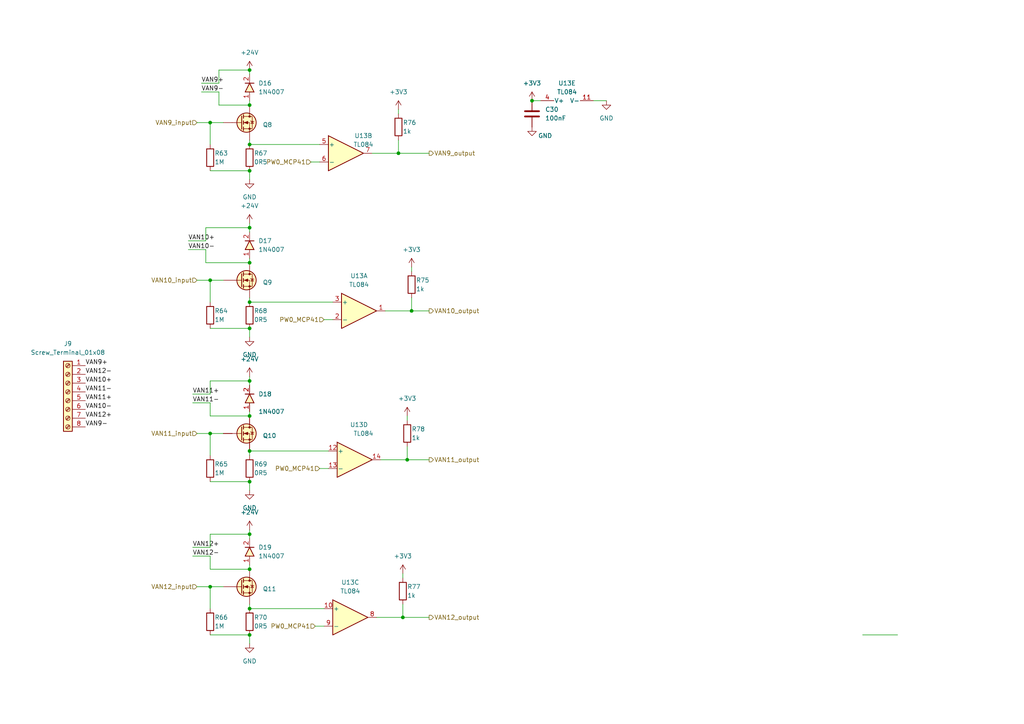
<source format=kicad_sch>
(kicad_sch (version 20231120) (generator "eeschema") (generator_version "8.0")
  (paper "A4")
  (lib_symbols
    (symbol "Amplifier_Operational:TL084" (pin_names (offset 0.127))
      (property "Reference" "U" (at 0 5.08 0))
      (property "Value" "TL084" (at 0 -5.08 0))
      (symbol "TL084_1_1"
        (polyline (pts (xy -5.08 5.08) (xy 5.08 0) (xy -5.08 -5.08) (xy -5.08 5.08)) (stroke (width 0.254)) (fill (type background)))
        (pin output line (at 7.62 0 180) (length 2.54) (name "~") (number "1"))
        (pin input line (at -7.62 -2.54 0) (length 2.54) (name "-") (number "2"))
        (pin input line (at -7.62 2.54 0) (length 2.54) (name "+") (number "3"))
      )
      (symbol "TL084_2_1"
        (polyline (pts (xy -5.08 5.08) (xy 5.08 0) (xy -5.08 -5.08) (xy -5.08 5.08)) (stroke (width 0.254)) (fill (type background)))
        (pin input line (at -7.62 2.54 0) (length 2.54) (name "+") (number "5"))
        (pin input line (at -7.62 -2.54 0) (length 2.54) (name "-") (number "6"))
        (pin output line (at 7.62 0 180) (length 2.54) (name "~") (number "7"))
      )
      (symbol "TL084_3_1"
        (polyline (pts (xy -5.08 5.08) (xy 5.08 0) (xy -5.08 -5.08) (xy -5.08 5.08)) (stroke (width 0.254)) (fill (type background)))
        (pin input line (at -7.62 2.54 0) (length 2.54) (name "+") (number "10"))
        (pin output line (at 7.62 0 180) (length 2.54) (name "~") (number "8"))
        (pin input line (at -7.62 -2.54 0) (length 2.54) (name "-") (number "9"))
      )
      (symbol "TL084_4_1"
        (polyline (pts (xy -5.08 5.08) (xy 5.08 0) (xy -5.08 -5.08) (xy -5.08 5.08)) (stroke (width 0.254)) (fill (type background)))
        (pin input line (at -7.62 2.54 0) (length 2.54) (name "+") (number "12"))
        (pin input line (at -7.62 -2.54 0) (length 2.54) (name "-") (number "13"))
        (pin output line (at 7.62 0 180) (length 2.54) (name "~") (number "14"))
      )
      (symbol "TL084_5_1"
        (pin power_in line (at -2.54 -7.62 90) (length 3.81) (name "V-") (number "11"))
        (pin power_in line (at -2.54 7.62 270) (length 3.81) (name "V+") (number "4"))
      )
    )
    (symbol "Connector:Screw_Terminal_01x08" (pin_names (offset 1.016) hide)
      (property "Reference" "J" (at 0 10.16 0))
      (property "Value" "Screw_Terminal_01x08" (at 0 -12.7 0))
      (symbol "Screw_Terminal_01x08_1_1"
        (rectangle (start -1.27 8.89) (end 1.27 -11.43) (stroke (width 0.254)) (fill (type background)))
        (circle (center 0 -10.16) (radius 0.635) (stroke (width 0.1524)))
        (circle (center 0 -7.62) (radius 0.635) (stroke (width 0.1524)))
        (circle (center 0 -5.08) (radius 0.635) (stroke (width 0.1524)))
        (circle (center 0 -2.54) (radius 0.635) (stroke (width 0.1524)))
        (polyline (pts (xy -0.5334 -9.8298) (xy 0.3302 -10.668)) (stroke (width 0.1524)))
        (polyline (pts (xy -0.5334 -7.2898) (xy 0.3302 -8.128)) (stroke (width 0.1524)))
        (polyline (pts (xy -0.5334 -4.7498) (xy 0.3302 -5.588)) (stroke (width 0.1524)))
        (polyline (pts (xy -0.5334 -2.2098) (xy 0.3302 -3.048)) (stroke (width 0.1524)))
        (polyline (pts (xy -0.5334 0.3302) (xy 0.3302 -0.508)) (stroke (width 0.1524)))
        (polyline (pts (xy -0.5334 2.8702) (xy 0.3302 2.032)) (stroke (width 0.1524)))
        (polyline (pts (xy -0.5334 5.4102) (xy 0.3302 4.572)) (stroke (width 0.1524)))
        (polyline (pts (xy -0.5334 7.9502) (xy 0.3302 7.112)) (stroke (width 0.1524)))
        (polyline (pts (xy -0.3556 -9.652) (xy 0.508 -10.4902)) (stroke (width 0.1524)))
        (polyline (pts (xy -0.3556 -7.112) (xy 0.508 -7.9502)) (stroke (width 0.1524)))
        (polyline (pts (xy -0.3556 -4.572) (xy 0.508 -5.4102)) (stroke (width 0.1524)))
        (polyline (pts (xy -0.3556 -2.032) (xy 0.508 -2.8702)) (stroke (width 0.1524)))
        (polyline (pts (xy -0.3556 0.508) (xy 0.508 -0.3302)) (stroke (width 0.1524)))
        (polyline (pts (xy -0.3556 3.048) (xy 0.508 2.2098)) (stroke (width 0.1524)))
        (polyline (pts (xy -0.3556 5.588) (xy 0.508 4.7498)) (stroke (width 0.1524)))
        (polyline (pts (xy -0.3556 8.128) (xy 0.508 7.2898)) (stroke (width 0.1524)))
        (circle (center 0 0) (radius 0.635) (stroke (width 0.1524)))
        (circle (center 0 2.54) (radius 0.635) (stroke (width 0.1524)))
        (circle (center 0 5.08) (radius 0.635) (stroke (width 0.1524)))
        (circle (center 0 7.62) (radius 0.635) (stroke (width 0.1524)))
        (pin passive line (at -5.08 7.62 0) (length 3.81) (name "Pin_1") (number "1"))
        (pin passive line (at -5.08 5.08 0) (length 3.81) (name "Pin_2") (number "2"))
        (pin passive line (at -5.08 2.54 0) (length 3.81) (name "Pin_3") (number "3"))
        (pin passive line (at -5.08 0 0) (length 3.81) (name "Pin_4") (number "4"))
        (pin passive line (at -5.08 -2.54 0) (length 3.81) (name "Pin_5") (number "5"))
        (pin passive line (at -5.08 -5.08 0) (length 3.81) (name "Pin_6") (number "6"))
        (pin passive line (at -5.08 -7.62 0) (length 3.81) (name "Pin_7") (number "7"))
        (pin passive line (at -5.08 -10.16 0) (length 3.81) (name "Pin_8") (number "8"))
      )
    )
    (symbol "Device:C" (pin_numbers hide) (pin_names (offset 0.254))
      (property "Reference" "C" (at 0.635 2.54 0))
      (property "Value" "C" (at 0.635 -2.54 0))
      (symbol "C_0_1"
        (polyline (pts (xy -2.032 -0.762) (xy 2.032 -0.762)) (stroke (width 0.508)))
        (polyline (pts (xy -2.032 0.762) (xy 2.032 0.762)) (stroke (width 0.508)))
      )
      (symbol "C_1_1"
        (pin passive line (at 0 3.81 270) (length 2.794) (name "~") (number "1"))
        (pin passive line (at 0 -3.81 90) (length 2.794) (name "~") (number "2"))
      )
    )
    (symbol "Device:R" (pin_numbers hide) (pin_names (offset 0))
      (property "Reference" "R" (at 2.032 0 90))
      (property "Value" "R" (at 0 0 90))
      (symbol "R_0_1"
        (rectangle (start -1.016 -2.54) (end 1.016 2.54) (stroke (width 0.254)))
      )
      (symbol "R_1_1"
        (pin passive line (at 0 3.81 270) (length 1.27) (name "~") (number "1"))
        (pin passive line (at 0 -3.81 90) (length 1.27) (name "~") (number "2"))
      )
    )
    (symbol "IVS_SYMBOLS:N_Mosfet" (pin_numbers hide) (pin_names hide)
      (property "Reference" "Q" (at 2.794 1.2192 0))
      (symbol "N_Mosfet_0_1"
        (circle (center -0.889 0) (radius 2.794) (stroke (width 0.254)) (fill (type background)))
        (circle (center 0 -1.778) (radius 0.254) (fill (type outline)))
        (polyline (pts (xy -2.286 0) (xy -5.08 0)))
        (polyline (pts (xy -2.286 1.905) (xy -2.286 -1.905)) (stroke (width 0.254)))
        (polyline (pts (xy -1.778 -1.27) (xy -1.778 -2.286)) (stroke (width 0.254)))
        (polyline (pts (xy -1.778 0.508) (xy -1.778 -0.508)) (stroke (width 0.254)))
        (polyline (pts (xy -1.778 2.286) (xy -1.778 1.27)) (stroke (width 0.254)))
        (polyline (pts (xy 0 2.54) (xy 0 1.778)))
        (polyline (pts (xy 0 -2.54) (xy 0 0) (xy -1.778 0)))
        (polyline (pts (xy -1.778 -1.778) (xy 0.762 -1.778) (xy 0.762 1.778) (xy -1.778 1.778)))
        (polyline (pts (xy -1.524 0) (xy -0.508 0.381) (xy -0.508 -0.381) (xy -1.524 0)) (fill (type outline)))
        (polyline (pts (xy 0.254 0.508) (xy 0.381 0.381) (xy 1.143 0.381) (xy 1.27 0.254)))
        (polyline (pts (xy 0.762 0.381) (xy 0.381 -0.254) (xy 1.143 -0.254) (xy 0.762 0.381)))
        (circle (center 0 1.778) (radius 0.254) (fill (type outline)))
      )
      (symbol "N_Mosfet_1_1"
        (pin input line (at -7.62 0 0) (length 2.54) (name "G") (number "1"))
        (pin passive line (at 0 -5.08 90) (length 2.54) (name "S") (number "2"))
        (pin passive line (at 0 5.08 270) (length 2.54) (name "D") (number "3"))
      )
    )
    (symbol "IVS_SYMBOL_DIR:D_Diode"
      (property "Reference" "D" (at 0 2.54 0))
      (property "Value" "D_Diode" (at 0 -2.54 0))
      (symbol "D_Diode_0_1"
        (polyline (pts (xy 0 1.27) (xy 0 -1.27)) (stroke (width 0.254)))
        (polyline (pts (xy 2.54 1.27) (xy 2.54 -1.27) (xy 0 0) (xy 2.54 1.27)) (stroke (width 0.254)) (fill (type background)))
      )
      (symbol "D_Diode_1_1"
        (pin passive line (at 5.08 0 180) (length 2.54) (name "") (number "1"))
        (pin passive line (at -2.54 0 0) (length 2.54) (name "") (number "2"))
      )
    )
    (symbol "power:+24V" (power) (pin_names (offset 0))
      (property "Value" "+24V" (at 0 3.556 0))
      (symbol "+24V_0_1"
        (polyline (pts (xy -0.762 1.27) (xy 0 2.54)))
        (polyline (pts (xy 0 0) (xy 0 2.54)))
        (polyline (pts (xy 0 2.54) (xy 0.762 1.27)))
      )
      (symbol "+24V_1_1"
        (pin power_in line (at 0 0 90) (length 0) hide (name "+24V") (number "1"))
      )
    )
    (symbol "power:+3V3" (power) (pin_names (offset 0))
      (property "Value" "+3V3" (at 0 3.556 0))
      (symbol "+3V3_0_1"
        (polyline (pts (xy -0.762 1.27) (xy 0 2.54)))
        (polyline (pts (xy 0 0) (xy 0 2.54)))
        (polyline (pts (xy 0 2.54) (xy 0.762 1.27)))
      )
      (symbol "+3V3_1_1"
        (pin power_in line (at 0 0 90) (length 0) hide (name "+3V3") (number "1"))
      )
    )
    (symbol "power:GND" (power) (pin_names (offset 0))
      (property "Value" "GND" (at 0 -3.81 0))
      (symbol "GND_0_1"
        (polyline (pts (xy 0 0) (xy 0 -1.27) (xy 1.27 -1.27) (xy 0 -2.54) (xy -1.27 -1.27) (xy 0 -1.27)))
      )
      (symbol "GND_1_1"
        (pin power_in line (at 0 0 270) (length 0) hide (name "GND") (number "1"))
      )
    )
  )
  (junction (at 115.57 44.45))
  (junction (at 60.96 170.18))
  (junction (at 72.39 76.2))
  (junction (at 72.39 87.63))
  (junction (at 72.39 139.7))
  (junction (at 72.39 176.53))
  (junction (at 60.96 35.56))
  (junction (at 72.39 130.81))
  (junction (at 72.39 154.94))
  (junction (at 72.39 66.04))
  (junction (at 72.39 41.91))
  (junction (at 119.38 90.17))
  (junction (at 118.11 133.35))
  (junction (at 72.39 110.49))
  (junction (at 72.39 49.53))
  (junction (at 116.84 179.07))
  (junction (at 72.39 30.48))
  (junction (at 72.39 20.32))
  (junction (at 72.39 165.1))
  (junction (at 72.39 184.15))
  (junction (at 72.39 95.25))
  (junction (at 60.96 81.28))
  (junction (at 154.305 29.21))
  (junction (at 72.39 120.65))
  (junction (at 60.96 125.73))
  (wire (pts (xy 55.88 116.84) (xy 60.96 116.84)))
  (wire (pts (xy 60.96 87.63) (xy 60.96 81.28)))
  (wire (pts (xy 93.98 92.71) (xy 96.52 92.71)))
  (wire (pts (xy 60.96 110.49) (xy 72.39 110.49)))
  (wire (pts (xy 60.96 35.56) (xy 64.77 35.56)))
  (wire (pts (xy 72.39 64.77) (xy 72.39 66.04)))
  (wire (pts (xy 63.5 24.13) (xy 63.5 20.32)))
  (wire (pts (xy 57.15 35.56) (xy 60.96 35.56)))
  (wire (pts (xy 111.76 90.17) (xy 119.38 90.17)))
  (wire (pts (xy 72.39 119.38) (xy 72.39 120.65)))
  (wire (pts (xy 115.57 44.45) (xy 124.46 44.45)))
  (wire (pts (xy 72.39 74.93) (xy 72.39 76.2)))
  (wire (pts (xy 116.84 167.64) (xy 116.84 166.37)))
  (wire (pts (xy 60.96 165.1) (xy 72.39 165.1)))
  (wire (pts (xy 72.39 41.91) (xy 92.71 41.91)))
  (wire (pts (xy 118.11 133.35) (xy 124.46 133.35)))
  (wire (pts (xy 59.69 66.04) (xy 72.39 66.04)))
  (wire (pts (xy 72.39 40.64) (xy 72.39 41.91)))
  (wire (pts (xy 250.19 184.15) (xy 260.35 184.15)))
  (wire (pts (xy 60.96 184.15) (xy 72.39 184.15)))
  (wire (pts (xy 63.5 26.67) (xy 63.5 30.48)))
  (wire (pts (xy 59.69 76.2) (xy 72.39 76.2)))
  (wire (pts (xy 60.96 154.94) (xy 72.39 154.94)))
  (wire (pts (xy 57.15 125.73) (xy 60.96 125.73)))
  (wire (pts (xy 59.69 69.85) (xy 59.69 66.04)))
  (wire (pts (xy 72.39 163.83) (xy 72.39 165.1)))
  (wire (pts (xy 72.39 130.81) (xy 95.25 130.81)))
  (wire (pts (xy 107.95 44.45) (xy 115.57 44.45)))
  (wire (pts (xy 72.39 86.36) (xy 72.39 87.63)))
  (wire (pts (xy 60.96 158.75) (xy 60.96 154.94)))
  (wire (pts (xy 175.895 29.21) (xy 172.085 29.21)))
  (wire (pts (xy 118.11 129.54) (xy 118.11 133.35)))
  (wire (pts (xy 57.15 81.28) (xy 60.96 81.28)))
  (wire (pts (xy 90.17 46.99) (xy 92.71 46.99)))
  (wire (pts (xy 72.39 139.7) (xy 72.39 142.24)))
  (wire (pts (xy 116.84 175.26) (xy 116.84 179.07)))
  (wire (pts (xy 110.49 133.35) (xy 118.11 133.35)))
  (wire (pts (xy 119.38 78.74) (xy 119.38 77.47)))
  (wire (pts (xy 55.88 161.29) (xy 60.96 161.29)))
  (wire (pts (xy 63.5 30.48) (xy 72.39 30.48)))
  (wire (pts (xy 60.96 49.53) (xy 72.39 49.53)))
  (wire (pts (xy 58.42 26.67) (xy 63.5 26.67)))
  (wire (pts (xy 119.38 90.17) (xy 124.46 90.17)))
  (wire (pts (xy 60.96 116.84) (xy 60.96 120.65)))
  (wire (pts (xy 124.46 179.07) (xy 116.84 179.07)))
  (wire (pts (xy 72.39 29.21) (xy 72.39 30.48)))
  (wire (pts (xy 60.96 125.73) (xy 64.77 125.73)))
  (wire (pts (xy 154.305 29.21) (xy 156.845 29.21)))
  (wire (pts (xy 72.39 66.04) (xy 72.39 67.31)))
  (wire (pts (xy 60.96 114.3) (xy 60.96 110.49)))
  (wire (pts (xy 60.96 176.53) (xy 60.96 170.18)))
  (wire (pts (xy 72.39 175.26) (xy 72.39 176.53)))
  (wire (pts (xy 60.96 120.65) (xy 72.39 120.65)))
  (wire (pts (xy 55.88 158.75) (xy 60.96 158.75)))
  (wire (pts (xy 72.39 176.53) (xy 93.98 176.53)))
  (wire (pts (xy 72.39 110.49) (xy 72.39 111.76)))
  (wire (pts (xy 54.61 69.85) (xy 59.69 69.85)))
  (wire (pts (xy 109.22 179.07) (xy 116.84 179.07)))
  (wire (pts (xy 118.11 121.92) (xy 118.11 120.65)))
  (wire (pts (xy 72.39 154.94) (xy 72.39 156.21)))
  (wire (pts (xy 72.39 184.15) (xy 72.39 186.69)))
  (wire (pts (xy 72.39 49.53) (xy 72.39 52.07)))
  (wire (pts (xy 60.96 81.28) (xy 64.77 81.28)))
  (wire (pts (xy 72.39 87.63) (xy 96.52 87.63)))
  (wire (pts (xy 60.96 132.08) (xy 60.96 125.73)))
  (wire (pts (xy 55.88 114.3) (xy 60.96 114.3)))
  (wire (pts (xy 60.96 139.7) (xy 72.39 139.7)))
  (wire (pts (xy 72.39 95.25) (xy 72.39 97.79)))
  (wire (pts (xy 59.69 72.39) (xy 59.69 76.2)))
  (wire (pts (xy 72.39 20.32) (xy 72.39 21.59)))
  (wire (pts (xy 60.96 170.18) (xy 64.77 170.18)))
  (wire (pts (xy 60.96 161.29) (xy 60.96 165.1)))
  (wire (pts (xy 72.39 109.22) (xy 72.39 110.49)))
  (wire (pts (xy 119.38 86.36) (xy 119.38 90.17)))
  (wire (pts (xy 57.15 170.18) (xy 60.96 170.18)))
  (wire (pts (xy 72.39 130.81) (xy 72.39 132.08)))
  (wire (pts (xy 58.42 24.13) (xy 63.5 24.13)))
  (wire (pts (xy 54.61 72.39) (xy 59.69 72.39)))
  (wire (pts (xy 60.96 41.91) (xy 60.96 35.56)))
  (wire (pts (xy 115.57 40.64) (xy 115.57 44.45)))
  (wire (pts (xy 63.5 20.32) (xy 72.39 20.32)))
  (wire (pts (xy 115.57 33.02) (xy 115.57 31.75)))
  (wire (pts (xy 92.71 135.89) (xy 95.25 135.89)))
  (wire (pts (xy 72.39 153.67) (xy 72.39 154.94)))
  (wire (pts (xy 60.96 95.25) (xy 72.39 95.25)))
  (wire (pts (xy 91.44 181.61) (xy 93.98 181.61)))
  (label "VAN12-" (at 55.88 161.29 0))
  (label "VAN11+" (at 24.765 116.205 0))
  (label "VAN12+" (at 55.88 158.75 0))
  (label "VAN10+" (at 24.765 111.125 0))
  (label "VAN9-" (at 24.765 123.825 0))
  (label "VAN11-" (at 24.765 113.665 0))
  (label "VAN11+" (at 55.88 114.3 0))
  (label "VAN10-" (at 24.765 118.745 0))
  (label "VAN9-" (at 58.42 26.67 0))
  (label "VAN12-" (at 24.765 108.585 0))
  (label "VAN9+" (at 24.765 106.045 0))
  (label "VAN9+" (at 58.42 24.13 0))
  (label "VAN11-" (at 55.88 116.84 0))
  (label "VAN10-" (at 54.61 72.39 0))
  (label "VAN12+" (at 24.765 121.285 0))
  (label "VAN10+" (at 54.61 69.85 0))
  (hierarchical_label "VAN12_output" (shape output) (at 124.46 179.07 0))
  (hierarchical_label "PW0_MCP41" (shape input) (at 91.44 181.61 180))
  (hierarchical_label "VAN11_output" (shape output) (at 124.46 133.35 0))
  (hierarchical_label "VAN9_output" (shape output) (at 124.46 44.45 0))
  (hierarchical_label "VAN12_input" (shape input) (at 57.15 170.18 180))
  (hierarchical_label "VAN9_input" (shape input) (at 57.15 35.56 180))
  (hierarchical_label "VAN10_input" (shape input) (at 57.15 81.28 180))
  (hierarchical_label "VAN10_output" (shape output) (at 124.46 90.17 0))
  (hierarchical_label "PW0_MCP41" (shape input) (at 92.71 135.89 180))
  (hierarchical_label "PW0_MCP41" (shape input) (at 93.98 92.71 180))
  (hierarchical_label "VAN11_input" (shape input) (at 57.15 125.73 180))
  (hierarchical_label "PW0_MCP41" (shape input) (at 90.17 46.99 180))
  (symbol (lib_id "power:+24V") (at 72.39 109.22 0) (unit 1)
    (property "Reference" "#PWR0115" (effects (hide yes)))
    (property "Value" "+24V" (at 72.39 104.14 0))
  )
  (symbol (lib_id "Device:R") (at 60.96 180.34 0) (unit 1)
    (property "Reference" "R66" (at 62.23 179.07 0) (effects (justify left)))
    (property "Value" "1M" (at 62.23 181.61 0) (effects (justify left)))
    (property "Footprint" "IVS_FOOTPRINTS:R0603" (effects (hide yes)))
  )
  (symbol (lib_id "power:GND") (at 72.39 186.69 0) (unit 1)
    (property "Reference" "#PWR0118" (effects (hide yes)))
    (property "Value" "GND" (at 72.39 191.77 0))
  )
  (symbol (lib_id "IVS_SYMBOLS:N_Mosfet") (at 72.39 125.73 0) (unit 1)
    (property "Reference" "Q10" (at 76.2 126.365 0) (effects (justify left)))
    (property "Value" "N_Mosfet" (effects (hide yes)))
    (property "Footprint" "IVS_FOOTPRINTS:SOT23-3" (effects (hide yes)))
    (property "Datasheet" "https://www.onsemi.com/pub/Collateral/BSS138-D.PDF" (effects (hide yes)))
  )
  (symbol (lib_id "IVS_SYMBOL_DIR:D_Diode") (at 72.39 24.13 270) (unit 1)
    (property "Reference" "D16" (at 74.93 24.1299 90) (effects (justify left)))
    (property "Value" "1N4007" (at 74.93 26.6699 90) (effects (justify left)))
    (property "Footprint" "IVS_FOOTPRINTS:D_SOD323" (effects (hide yes)))
  )
  (symbol (lib_id "power:GND") (at 72.39 97.79 0) (unit 1)
    (property "Reference" "#PWR0114" (effects (hide yes)))
    (property "Value" "GND" (at 72.39 102.87 0))
  )
  (symbol (lib_id "IVS_SYMBOLS:N_Mosfet") (at 72.39 170.18 0) (unit 1)
    (property "Reference" "Q11" (at 76.2 170.815 0) (effects (justify left)))
    (property "Value" "N_Mosfet" (effects (hide yes)))
    (property "Footprint" "IVS_FOOTPRINTS:SOT23-3" (effects (hide yes)))
    (property "Datasheet" "https://www.onsemi.com/pub/Collateral/BSS138-D.PDF" (effects (hide yes)))
  )
  (symbol (lib_id "power:+24V") (at 72.39 64.77 0) (unit 1)
    (property "Reference" "#PWR0113" (effects (hide yes)))
    (property "Value" "+24V" (at 72.39 59.69 0))
  )
  (symbol (lib_id "power:+3V3") (at 119.38 77.47 0) (unit 1)
    (property "Reference" "#PWR0126" (effects (hide yes)))
    (property "Value" "+3V3" (at 119.38 72.39 0))
  )
  (symbol (lib_id "Amplifier_Operational:TL084") (at 100.33 44.45 0) (unit 2)
    (property "Reference" "U13" (at 105.41 39.37 0))
    (property "Value" "TL084" (at 105.41 41.91 0))
    (property "Footprint" "IVS_FOOTPRINTS:TSSOP14" (effects (hide yes)))
    (property "Datasheet" "http://www.ti.com/lit/ds/symlink/tl081.pdf" (effects (hide yes)))
  )
  (symbol (lib_id "IVS_SYMBOL_DIR:D_Diode") (at 72.39 114.3 270) (unit 1)
    (property "Reference" "D18" (at 74.93 114.2999 90) (effects (justify left)))
    (property "Value" "1N4007" (at 74.93 119.3799 90) (effects (justify left)))
    (property "Footprint" "IVS_FOOTPRINTS:D_SOD323" (effects (hide yes)))
  )
  (symbol (lib_id "Amplifier_Operational:TL084") (at 164.465 26.67 90) (unit 5)
    (property "Reference" "U13" (at 164.465 24.13 90))
    (property "Value" "TL084" (at 164.465 26.67 90))
    (property "Footprint" "IVS_FOOTPRINTS:TSSOP14" (effects (hide yes)))
    (property "Datasheet" "http://www.ti.com/lit/ds/symlink/tl081.pdf" (effects (hide yes)))
  )
  (symbol (lib_id "Device:R") (at 115.57 36.83 0) (unit 1)
    (property "Reference" "R76" (at 116.84 35.56 0) (effects (justify left)))
    (property "Value" "1k" (at 116.84 38.1 0) (effects (justify left)))
    (property "Footprint" "IVS_FOOTPRINTS:R0603" (effects (hide yes)))
  )
  (symbol (lib_id "power:GND") (at 154.305 36.83 0) (unit 1)
    (property "Reference" "#PWR0120" (effects (hide yes)))
    (property "Value" "GND" (at 158.115 39.37 0))
  )
  (symbol (lib_id "Device:R") (at 118.11 125.73 0) (unit 1)
    (property "Reference" "R78" (at 119.38 124.46 0) (effects (justify left)))
    (property "Value" "1k" (at 119.38 127 0) (effects (justify left)))
    (property "Footprint" "IVS_FOOTPRINTS:R0603" (effects (hide yes)))
  )
  (symbol (lib_id "power:+3V3") (at 118.11 120.65 0) (unit 1)
    (property "Reference" "#PWR0129" (effects (hide yes)))
    (property "Value" "+3V3" (at 118.11 115.57 0))
  )
  (symbol (lib_id "Device:R") (at 72.39 180.34 0) (unit 1)
    (property "Reference" "R70" (at 73.66 179.07 0) (effects (justify left)))
    (property "Value" "0R5" (at 73.66 181.61 0) (effects (justify left)))
    (property "Footprint" "Resistor_SMD:R_0805_2012Metric" (effects (hide yes)))
  )
  (symbol (lib_id "power:+24V") (at 72.39 153.67 0) (unit 1)
    (property "Reference" "#PWR0117" (effects (hide yes)))
    (property "Value" "+24V" (at 72.39 148.59 0))
  )
  (symbol (lib_id "IVS_SYMBOLS:N_Mosfet") (at 72.39 81.28 0) (unit 1)
    (property "Reference" "Q9" (at 76.2 81.915 0) (effects (justify left)))
    (property "Value" "N_Mosfet" (effects (hide yes)))
    (property "Footprint" "IVS_FOOTPRINTS:SOT23-3" (effects (hide yes)))
    (property "Datasheet" "https://www.onsemi.com/pub/Collateral/BSS138-D.PDF" (effects (hide yes)))
  )
  (symbol (lib_id "power:+24V") (at 72.39 20.32 0) (unit 1)
    (property "Reference" "#PWR0111" (effects (hide yes)))
    (property "Value" "+24V" (at 72.39 15.24 0))
  )
  (symbol (lib_id "Device:R") (at 119.38 82.55 0) (unit 1)
    (property "Reference" "R75" (at 120.65 81.28 0) (effects (justify left)))
    (property "Value" "1k" (at 120.65 83.82 0) (effects (justify left)))
    (property "Footprint" "IVS_FOOTPRINTS:R0603" (effects (hide yes)))
  )
  (symbol (lib_id "Device:R") (at 60.96 45.72 0) (unit 1)
    (property "Reference" "R63" (at 62.23 44.45 0) (effects (justify left)))
    (property "Value" "1M" (at 62.23 46.99 0) (effects (justify left)))
    (property "Footprint" "IVS_FOOTPRINTS:R0603" (effects (hide yes)))
  )
  (symbol (lib_id "power:+3V3") (at 116.84 166.37 0) (unit 1)
    (property "Reference" "#PWR0128" (effects (hide yes)))
    (property "Value" "+3V3" (at 116.84 161.29 0))
  )
  (symbol (lib_id "Amplifier_Operational:TL084") (at 101.6 179.07 0) (unit 3)
    (property "Reference" "U13" (at 101.6 168.91 0))
    (property "Value" "TL084" (at 101.6 171.45 0))
    (property "Footprint" "IVS_FOOTPRINTS:TSSOP14" (effects (hide yes)))
    (property "Datasheet" "http://www.ti.com/lit/ds/symlink/tl081.pdf" (effects (hide yes)))
  )
  (symbol (lib_id "Amplifier_Operational:TL084") (at 104.14 90.17 0) (unit 1)
    (property "Reference" "U13" (at 104.14 80.01 0))
    (property "Value" "TL084" (at 104.14 82.55 0))
    (property "Footprint" "IVS_FOOTPRINTS:TSSOP14" (effects (hide yes)))
    (property "Datasheet" "http://www.ti.com/lit/ds/symlink/tl081.pdf" (effects (hide yes)))
  )
  (symbol (lib_id "power:GND") (at 72.39 52.07 0) (unit 1)
    (property "Reference" "#PWR0112" (effects (hide yes)))
    (property "Value" "GND" (at 72.39 57.15 0))
  )
  (symbol (lib_id "Device:R") (at 60.96 91.44 0) (unit 1)
    (property "Reference" "R64" (at 62.23 90.17 0) (effects (justify left)))
    (property "Value" "1M" (at 62.23 92.71 0) (effects (justify left)))
    (property "Footprint" "IVS_FOOTPRINTS:R0603" (effects (hide yes)))
  )
  (symbol (lib_id "Device:R") (at 60.96 135.89 0) (unit 1)
    (property "Reference" "R65" (at 62.23 134.62 0) (effects (justify left)))
    (property "Value" "1M" (at 62.23 137.16 0) (effects (justify left)))
    (property "Footprint" "IVS_FOOTPRINTS:R0603" (effects (hide yes)))
  )
  (symbol (lib_id "power:GND") (at 72.39 142.24 0) (unit 1)
    (property "Reference" "#PWR0116" (effects (hide yes)))
    (property "Value" "GND" (at 72.39 147.32 0))
  )
  (symbol (lib_id "Device:R") (at 72.39 91.44 0) (unit 1)
    (property "Reference" "R68" (at 73.66 90.17 0) (effects (justify left)))
    (property "Value" "0R5" (at 73.66 92.71 0) (effects (justify left)))
    (property "Footprint" "Resistor_SMD:R_0805_2012Metric" (effects (hide yes)))
  )
  (symbol (lib_id "power:GND") (at 175.895 29.21 0) (unit 1)
    (property "Reference" "#PWR0125" (effects (hide yes)))
    (property "Value" "GND" (at 175.895 34.29 0))
  )
  (symbol (lib_id "Connector:Screw_Terminal_01x08") (at 19.685 113.665 0) (mirror y) (unit 1)
    (property "Reference" "J9" (at 19.685 99.695 0))
    (property "Value" "Screw_Terminal_01x08" (at 19.685 102.235 0))
    (property "Footprint" "IVS_FOOTPRINTS:HT-3.96mm" (effects (hide yes)))
  )
  (symbol (lib_id "IVS_SYMBOLS:N_Mosfet") (at 72.39 35.56 0) (unit 1)
    (property "Reference" "Q8" (at 76.2 36.195 0) (effects (justify left)))
    (property "Value" "N_Mosfet" (effects (hide yes)))
    (property "Footprint" "IVS_FOOTPRINTS:SOT23-3" (effects (hide yes)))
    (property "Datasheet" "https://www.onsemi.com/pub/Collateral/BSS138-D.PDF" (effects (hide yes)))
  )
  (symbol (lib_id "Device:R") (at 116.84 171.45 0) (unit 1)
    (property "Reference" "R77" (at 118.11 170.18 0) (effects (justify left)))
    (property "Value" "1k" (at 118.11 172.72 0) (effects (justify left)))
    (property "Footprint" "IVS_FOOTPRINTS:R0603" (effects (hide yes)))
  )
  (symbol (lib_id "Device:R") (at 72.39 45.72 0) (unit 1)
    (property "Reference" "R67" (at 73.66 44.45 0) (effects (justify left)))
    (property "Value" "0R5" (at 73.66 46.99 0) (effects (justify left)))
    (property "Footprint" "Resistor_SMD:R_0805_2012Metric" (effects (hide yes)))
  )
  (symbol (lib_id "power:+3V3") (at 154.305 29.21 0) (unit 1)
    (property "Reference" "#PWR0119" (effects (hide yes)))
    (property "Value" "+3V3" (at 154.305 24.13 0))
  )
  (symbol (lib_id "Device:C") (at 154.305 33.02 0) (unit 1)
    (property "Reference" "C30" (at 158.115 31.7499 0) (effects (justify left)))
    (property "Value" "100nF" (at 158.115 34.2899 0) (effects (justify left)))
    (property "Footprint" "IVS_FOOTPRINTS:C0603" (effects (hide yes)))
  )
  (symbol (lib_id "Device:R") (at 72.39 135.89 0) (unit 1)
    (property "Reference" "R69" (at 73.66 134.62 0) (effects (justify left)))
    (property "Value" "0R5" (at 73.66 137.16 0) (effects (justify left)))
    (property "Footprint" "Resistor_SMD:R_0805_2012Metric" (effects (hide yes)))
  )
  (symbol (lib_id "IVS_SYMBOL_DIR:D_Diode") (at 72.39 69.85 270) (unit 1)
    (property "Reference" "D17" (at 74.93 69.8499 90) (effects (justify left)))
    (property "Value" "1N4007" (at 74.93 72.3899 90) (effects (justify left)))
    (property "Footprint" "IVS_FOOTPRINTS:D_SOD323" (effects (hide yes)))
  )
  (symbol (lib_id "IVS_SYMBOL_DIR:D_Diode") (at 72.39 158.75 270) (unit 1)
    (property "Reference" "D19" (at 74.93 158.7499 90) (effects (justify left)))
    (property "Value" "1N4007" (at 74.93 161.2899 90) (effects (justify left)))
    (property "Footprint" "IVS_FOOTPRINTS:D_SOD323" (effects (hide yes)))
  )
  (symbol (lib_id "Amplifier_Operational:TL084") (at 102.87 133.35 0) (unit 4)
    (property "Reference" "U13" (at 104.14 123.19 0))
    (property "Value" "TL084" (at 105.41 125.73 0))
    (property "Footprint" "IVS_FOOTPRINTS:TSSOP14" (effects (hide yes)))
    (property "Datasheet" "http://www.ti.com/lit/ds/symlink/tl081.pdf" (effects (hide yes)))
  )
  (symbol (lib_id "power:+3V3") (at 115.57 31.75 0) (unit 1)
    (property "Reference" "#PWR0127" (effects (hide yes)))
    (property "Value" "+3V3" (at 115.57 26.67 0))
  )
)
</source>
